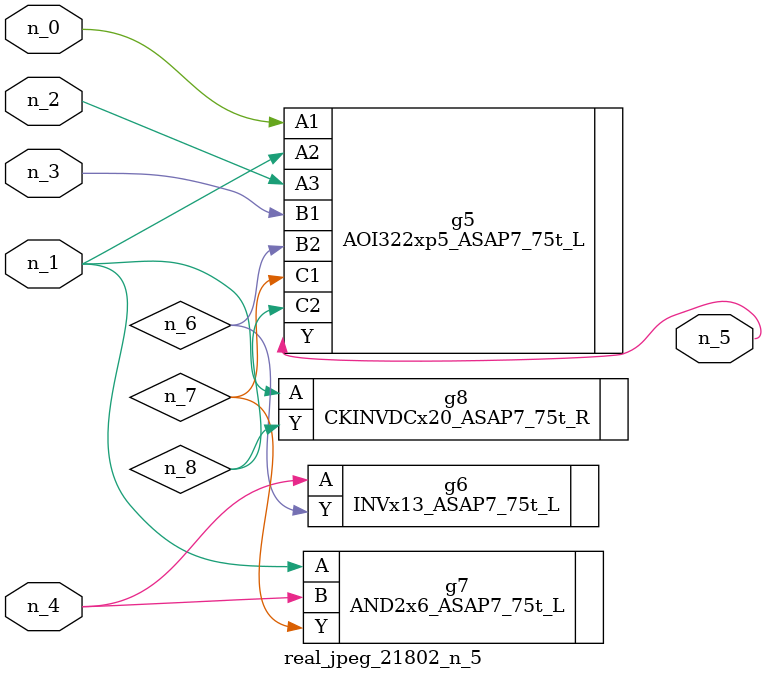
<source format=v>
module real_jpeg_21802_n_5 (n_4, n_0, n_1, n_2, n_3, n_5);

input n_4;
input n_0;
input n_1;
input n_2;
input n_3;

output n_5;

wire n_8;
wire n_6;
wire n_7;

AOI322xp5_ASAP7_75t_L g5 ( 
.A1(n_0),
.A2(n_1),
.A3(n_2),
.B1(n_3),
.B2(n_6),
.C1(n_7),
.C2(n_8),
.Y(n_5)
);

AND2x6_ASAP7_75t_L g7 ( 
.A(n_1),
.B(n_4),
.Y(n_7)
);

CKINVDCx20_ASAP7_75t_R g8 ( 
.A(n_1),
.Y(n_8)
);

INVx13_ASAP7_75t_L g6 ( 
.A(n_4),
.Y(n_6)
);


endmodule
</source>
